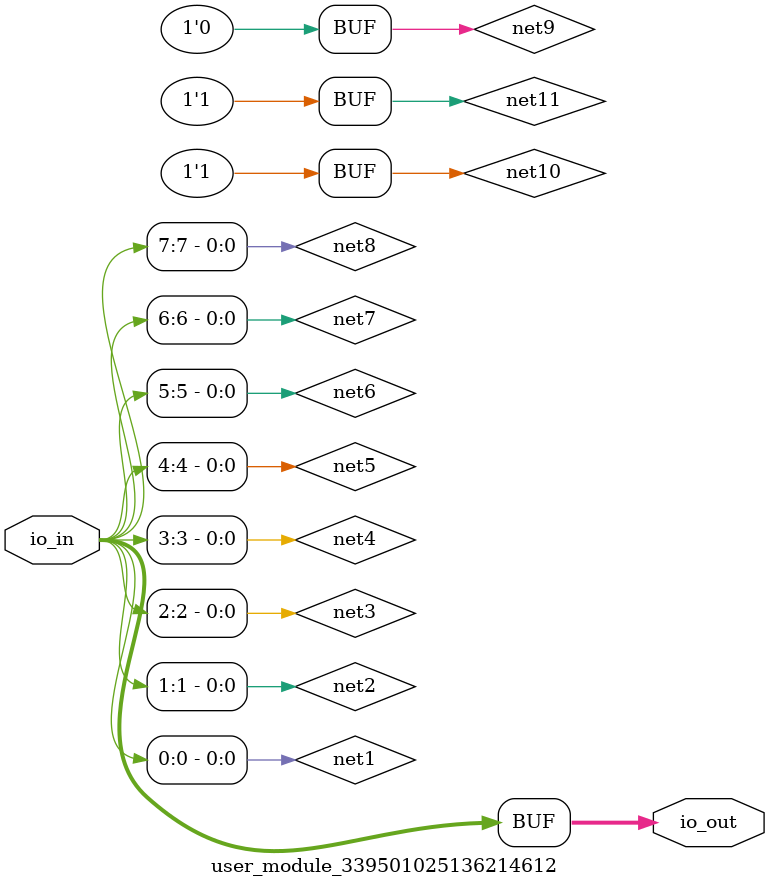
<source format=v>

/* Automatically generated from https://wokwi.com/projects/339501025136214612 */

`default_nettype none

module user_module_339501025136214612(
  input [7:0] io_in,
  output [7:0] io_out
);
  wire net1 = io_in[0];
  wire net2 = io_in[1];
  wire net3 = io_in[2];
  wire net4 = io_in[3];
  wire net5 = io_in[4];
  wire net6 = io_in[5];
  wire net7 = io_in[6];
  wire net8 = io_in[7];
  wire net9 = 1'b0;
  wire net10 = 1'b1;
  wire net11 = 1'b1;

  assign io_out[0] = net1;
  assign io_out[1] = net2;
  assign io_out[2] = net3;
  assign io_out[3] = net4;
  assign io_out[4] = net5;
  assign io_out[5] = net6;
  assign io_out[6] = net7;
  assign io_out[7] = net8;

endmodule

</source>
